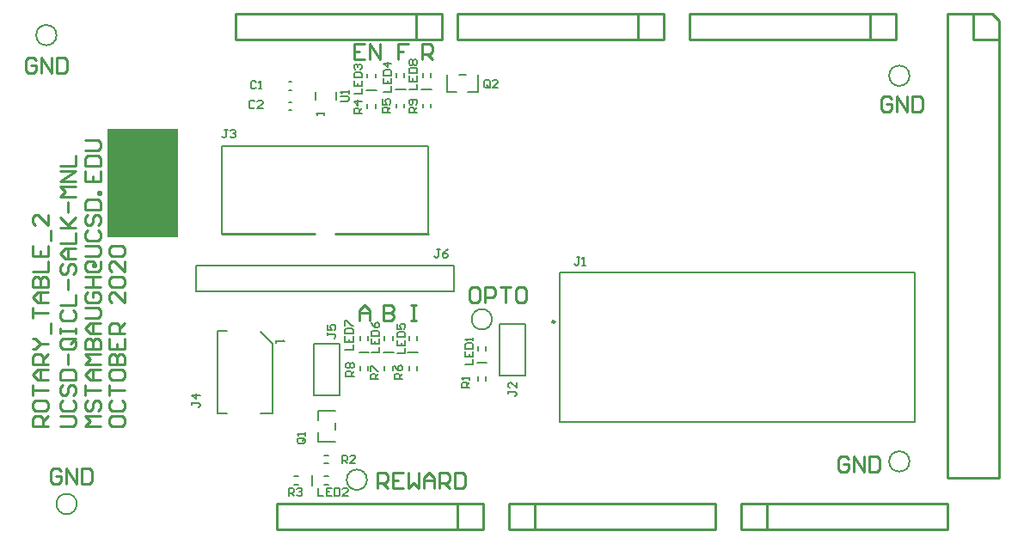
<source format=gto>
G04*
G04 #@! TF.GenerationSoftware,Altium Limited,Altium Designer,20.0.14 (345)*
G04*
G04 Layer_Color=13421812*
%FSLAX43Y43*%
%MOMM*%
G71*
G01*
G75*
%ADD10C,0.152*%
%ADD11C,0.250*%
%ADD12C,0.200*%
%ADD13C,0.254*%
%ADD14R,7.000X10.694*%
D10*
X47890Y22004D02*
G03*
X47890Y22004I-1000J0D01*
G01*
X35576Y6200D02*
G03*
X35576Y6200I-1000J0D01*
G01*
X7000Y3810D02*
G03*
X7000Y3810I-1000J0D01*
G01*
X5000Y50000D02*
G03*
X5000Y50000I-1000J0D01*
G01*
X89000Y8000D02*
G03*
X89000Y8000I-1000J0D01*
G01*
Y46000D02*
G03*
X89000Y46000I-1000J0D01*
G01*
X25100Y20800D02*
X26300Y19600D01*
Y12700D02*
Y19600D01*
X20850Y20900D02*
X21800D01*
X20850Y12700D02*
X21800Y12700D01*
X25125D02*
X26300D01*
X20850Y12700D02*
Y20900D01*
X30532Y43600D02*
Y44400D01*
X32532Y43600D02*
Y44400D01*
X46490Y18958D02*
Y19358D01*
X47290Y18958D02*
Y19358D01*
X46390Y17758D02*
X47390D01*
X31400Y6540D02*
X31800D01*
X31400Y5740D02*
X31800D01*
X30200Y5640D02*
Y6640D01*
X34900Y19950D02*
Y20350D01*
X35700Y19950D02*
Y20350D01*
X34800Y18750D02*
X35800D01*
X37300Y19950D02*
Y20350D01*
X38100Y19950D02*
Y20350D01*
X37200Y18750D02*
X38200D01*
X39700Y19950D02*
Y20350D01*
X40500Y19950D02*
Y20350D01*
X39600Y18750D02*
X40600D01*
X38468Y45850D02*
Y46250D01*
X39268Y45850D02*
Y46250D01*
X38368Y44650D02*
X39368D01*
X35600Y45800D02*
Y46200D01*
X36400Y45800D02*
Y46200D01*
X35500Y44600D02*
X36500D01*
X41068Y45850D02*
Y46250D01*
X41868Y45850D02*
Y46250D01*
X40968Y44650D02*
X41968D01*
X46490Y15958D02*
Y16358D01*
X47290Y15958D02*
Y16358D01*
X51160Y16468D02*
Y21548D01*
X48620Y16468D02*
X51160D01*
X48620D02*
Y21548D01*
X51160D01*
X32870Y14474D02*
Y19554D01*
X30330Y14474D02*
X32870D01*
X30330D02*
Y19554D01*
X32870D01*
X30750Y9900D02*
X32450D01*
X30750D02*
Y10850D01*
Y12050D02*
Y13000D01*
X32450D01*
Y11100D02*
Y11800D01*
X31400Y8600D02*
X31800D01*
X31400Y7800D02*
X31800D01*
X28400Y6540D02*
X28800D01*
X28400Y5740D02*
X28800D01*
X27900Y42600D02*
X28100D01*
X27900Y43400D02*
X28100D01*
X27900Y44600D02*
X28100D01*
X27900Y45400D02*
X28100D01*
X18760Y24730D02*
Y27270D01*
Y24730D02*
X44160D01*
Y27270D01*
X18760D02*
X44160D01*
X44612Y46125D02*
X45312D01*
X43437Y44375D02*
Y46125D01*
Y44375D02*
X44437D01*
X45487D02*
X46487D01*
Y46125D01*
X34900Y16950D02*
Y17350D01*
X35700Y16950D02*
Y17350D01*
X37300Y16950D02*
Y17350D01*
X38100Y16950D02*
Y17350D01*
X39700Y16950D02*
Y17350D01*
X40500Y16950D02*
Y17350D01*
X38468Y42850D02*
Y43250D01*
X39268Y42850D02*
Y43250D01*
X35600Y42800D02*
Y43200D01*
X36400Y42800D02*
Y43200D01*
X41068Y42850D02*
Y43250D01*
X41868Y42850D02*
Y43250D01*
X26652Y19948D02*
Y19681D01*
Y19814D01*
X27452D01*
X27319Y19948D01*
X18360Y13867D02*
Y13600D01*
Y13733D01*
X19027D01*
X19160Y13600D01*
Y13467D01*
X19027Y13334D01*
X19160Y14533D02*
X18360D01*
X18760Y14133D01*
Y14666D01*
X32984Y43467D02*
X33650D01*
X33784Y43600D01*
Y43867D01*
X33650Y44000D01*
X32984D01*
X33784Y44267D02*
Y44533D01*
Y44400D01*
X32984D01*
X33117Y44267D01*
X31380Y42126D02*
Y42392D01*
Y42259D01*
X30580D01*
X30713Y42126D01*
X45249Y17525D02*
X46048D01*
Y18058D01*
X45249Y18858D02*
Y18324D01*
X46048D01*
Y18858D01*
X45649Y18324D02*
Y18591D01*
X45249Y19124D02*
X46048D01*
Y19524D01*
X45915Y19657D01*
X45382D01*
X45249Y19524D01*
Y19124D01*
X46048Y19924D02*
Y20190D01*
Y20057D01*
X45249D01*
X45382Y19924D01*
X30777Y5400D02*
Y4600D01*
X31311D01*
X32110Y5400D02*
X31577D01*
Y4600D01*
X32110D01*
X31577Y5000D02*
X31844D01*
X32377Y5400D02*
Y4600D01*
X32777D01*
X32910Y4733D01*
Y5267D01*
X32777Y5400D01*
X32377D01*
X33710Y4600D02*
X33177D01*
X33710Y5133D01*
Y5267D01*
X33576Y5400D01*
X33310D01*
X33177Y5267D01*
X33419Y18984D02*
X34219D01*
Y19517D01*
X33419Y20317D02*
Y19784D01*
X34219D01*
Y20317D01*
X33819Y19784D02*
Y20050D01*
X33419Y20583D02*
X34219D01*
Y20983D01*
X34085Y21117D01*
X33552D01*
X33419Y20983D01*
Y20583D01*
Y21383D02*
Y21916D01*
X33552D01*
X34085Y21383D01*
X34219D01*
X35978Y18764D02*
X36778D01*
Y19297D01*
X35978Y20097D02*
Y19564D01*
X36778D01*
Y20097D01*
X36378Y19564D02*
Y19830D01*
X35978Y20363D02*
X36778D01*
Y20763D01*
X36645Y20897D01*
X36111D01*
X35978Y20763D01*
Y20363D01*
Y21696D02*
X36111Y21430D01*
X36378Y21163D01*
X36645D01*
X36778Y21296D01*
Y21563D01*
X36645Y21696D01*
X36511D01*
X36378Y21563D01*
Y21163D01*
X38559Y18634D02*
X39359D01*
Y19167D01*
X38559Y19967D02*
Y19434D01*
X39359D01*
Y19967D01*
X38959Y19434D02*
Y19700D01*
X38559Y20233D02*
X39359D01*
Y20633D01*
X39226Y20767D01*
X38692D01*
X38559Y20633D01*
Y20233D01*
Y21566D02*
Y21033D01*
X38959D01*
X38826Y21300D01*
Y21433D01*
X38959Y21566D01*
X39226D01*
X39359Y21433D01*
Y21166D01*
X39226Y21033D01*
X37200Y44434D02*
X38000D01*
Y44967D01*
X37200Y45767D02*
Y45234D01*
X38000D01*
Y45767D01*
X37600Y45234D02*
Y45500D01*
X37200Y46033D02*
X38000D01*
Y46433D01*
X37867Y46566D01*
X37333D01*
X37200Y46433D01*
Y46033D01*
X38000Y47233D02*
X37200D01*
X37600Y46833D01*
Y47366D01*
X34288Y44207D02*
X35088D01*
Y44740D01*
X34288Y45540D02*
Y45007D01*
X35088D01*
Y45540D01*
X34688Y45007D02*
Y45274D01*
X34288Y45807D02*
X35088D01*
Y46207D01*
X34955Y46340D01*
X34422D01*
X34288Y46207D01*
Y45807D01*
X34422Y46606D02*
X34288Y46740D01*
Y47006D01*
X34422Y47140D01*
X34555D01*
X34688Y47006D01*
Y46873D01*
Y47006D01*
X34821Y47140D01*
X34955D01*
X35088Y47006D01*
Y46740D01*
X34955Y46606D01*
X39715Y44659D02*
X40514D01*
Y45192D01*
X39715Y45992D02*
Y45459D01*
X40514D01*
Y45992D01*
X40114Y45459D02*
Y45725D01*
X39715Y46258D02*
X40514D01*
Y46658D01*
X40381Y46791D01*
X39848D01*
X39715Y46658D01*
Y46258D01*
X39848Y47058D02*
X39715Y47191D01*
Y47458D01*
X39848Y47591D01*
X39981D01*
X40114Y47458D01*
X40248Y47591D01*
X40381D01*
X40514Y47458D01*
Y47191D01*
X40381Y47058D01*
X40248D01*
X40114Y47191D01*
X39981Y47058D01*
X39848D01*
X40114Y47191D02*
Y47458D01*
X56532Y28110D02*
X56266D01*
X56399D01*
Y27443D01*
X56266Y27310D01*
X56132D01*
X55999Y27443D01*
X56799Y27310D02*
X57065D01*
X56932D01*
Y28110D01*
X56799Y27977D01*
X45700Y15267D02*
X44900D01*
Y15667D01*
X45033Y15800D01*
X45300D01*
X45433Y15667D01*
Y15267D01*
Y15533D02*
X45700Y15800D01*
Y16067D02*
Y16333D01*
Y16200D01*
X44900D01*
X45033Y16067D01*
X49486Y14967D02*
Y14701D01*
Y14834D01*
X50152D01*
X50285Y14701D01*
Y14567D01*
X50152Y14434D01*
X50285Y15767D02*
Y15234D01*
X49752Y15767D01*
X49619D01*
X49486Y15634D01*
Y15367D01*
X49619Y15234D01*
X31684Y20667D02*
Y20400D01*
Y20533D01*
X32350D01*
X32483Y20400D01*
Y20267D01*
X32350Y20134D01*
X31684Y21467D02*
Y20933D01*
X32084D01*
X31950Y21200D01*
Y21333D01*
X32084Y21467D01*
X32350D01*
X32483Y21333D01*
Y21067D01*
X32350Y20933D01*
X29367Y10300D02*
X28833D01*
X28700Y10167D01*
Y9900D01*
X28833Y9767D01*
X29367D01*
X29500Y9900D01*
Y10167D01*
X29233Y10033D02*
X29500Y10300D01*
Y10167D02*
X29367Y10300D01*
X29500Y10567D02*
Y10833D01*
Y10700D01*
X28700D01*
X28833Y10567D01*
X33098Y7800D02*
Y8600D01*
X33498D01*
X33632Y8467D01*
Y8200D01*
X33498Y8067D01*
X33098D01*
X33365D02*
X33632Y7800D01*
X34431D02*
X33898D01*
X34431Y8333D01*
Y8467D01*
X34298Y8600D01*
X34032D01*
X33898Y8467D01*
X27863Y4600D02*
Y5400D01*
X28263D01*
X28396Y5267D01*
Y5000D01*
X28263Y4867D01*
X27863D01*
X28129D02*
X28396Y4600D01*
X28662Y5267D02*
X28796Y5400D01*
X29062D01*
X29196Y5267D01*
Y5133D01*
X29062Y5000D01*
X28929D01*
X29062D01*
X29196Y4867D01*
Y4733D01*
X29062Y4600D01*
X28796D01*
X28662Y4733D01*
X24517Y43446D02*
X24383Y43580D01*
X24117D01*
X23984Y43446D01*
Y42913D01*
X24117Y42780D01*
X24383D01*
X24517Y42913D01*
X25316Y42780D02*
X24783D01*
X25316Y43313D01*
Y43446D01*
X25183Y43580D01*
X24917D01*
X24783Y43446D01*
X24675Y45367D02*
X24541Y45500D01*
X24275D01*
X24142Y45367D01*
Y44833D01*
X24275Y44700D01*
X24541D01*
X24675Y44833D01*
X24941Y44700D02*
X25208D01*
X25075D01*
Y45500D01*
X24941Y45367D01*
X42757Y28900D02*
X42490D01*
X42623D01*
Y28233D01*
X42490Y28100D01*
X42357D01*
X42224Y28233D01*
X43556Y28900D02*
X43290Y28767D01*
X43023Y28500D01*
Y28233D01*
X43157Y28100D01*
X43423D01*
X43556Y28233D01*
Y28367D01*
X43423Y28500D01*
X43023D01*
X47666Y44933D02*
Y45467D01*
X47532Y45600D01*
X47266D01*
X47132Y45467D01*
Y44933D01*
X47266Y44800D01*
X47532D01*
X47399Y45067D02*
X47666Y44800D01*
X47532D02*
X47666Y44933D01*
X48465Y44800D02*
X47932D01*
X48465Y45333D01*
Y45467D01*
X48332Y45600D01*
X48065D01*
X47932Y45467D01*
X34311Y16384D02*
X33511D01*
Y16783D01*
X33644Y16917D01*
X33911D01*
X34044Y16783D01*
Y16384D01*
Y16650D02*
X34311Y16917D01*
X33644Y17183D02*
X33511Y17317D01*
Y17583D01*
X33644Y17717D01*
X33778D01*
X33911Y17583D01*
X34044Y17717D01*
X34177D01*
X34311Y17583D01*
Y17317D01*
X34177Y17183D01*
X34044D01*
X33911Y17317D01*
X33778Y17183D01*
X33644D01*
X33911Y17317D02*
Y17583D01*
X36735Y16098D02*
X35935D01*
Y16497D01*
X36068Y16631D01*
X36335D01*
X36468Y16497D01*
Y16098D01*
Y16364D02*
X36735Y16631D01*
X35935Y16897D02*
Y17431D01*
X36068D01*
X36602Y16897D01*
X36735D01*
X39063Y16134D02*
X38263D01*
Y16533D01*
X38396Y16667D01*
X38663D01*
X38796Y16533D01*
Y16134D01*
Y16400D02*
X39063Y16667D01*
X38263Y17467D02*
X38396Y17200D01*
X38663Y16933D01*
X38929D01*
X39063Y17067D01*
Y17333D01*
X38929Y17467D01*
X38796D01*
X38663Y17333D01*
Y16933D01*
X37900Y42362D02*
X37100D01*
Y42762D01*
X37234Y42895D01*
X37500D01*
X37633Y42762D01*
Y42362D01*
Y42629D02*
X37900Y42895D01*
X37100Y43695D02*
Y43162D01*
X37500D01*
X37367Y43428D01*
Y43562D01*
X37500Y43695D01*
X37767D01*
X37900Y43562D01*
Y43295D01*
X37767Y43162D01*
X35088Y42269D02*
X34288D01*
Y42668D01*
X34422Y42802D01*
X34688D01*
X34821Y42668D01*
Y42269D01*
Y42535D02*
X35088Y42802D01*
Y43468D02*
X34288D01*
X34688Y43068D01*
Y43601D01*
X40514Y42330D02*
X39715D01*
Y42730D01*
X39848Y42863D01*
X40114D01*
X40248Y42730D01*
Y42330D01*
Y42597D02*
X40514Y42863D01*
X40381Y43130D02*
X40514Y43263D01*
Y43530D01*
X40381Y43663D01*
X39848D01*
X39715Y43530D01*
Y43263D01*
X39848Y43130D01*
X39981D01*
X40114Y43263D01*
Y43663D01*
X21844Y40703D02*
X21577D01*
X21710D01*
Y40037D01*
X21577Y39903D01*
X21444D01*
X21311Y40037D01*
X22110Y40570D02*
X22244Y40703D01*
X22510D01*
X22643Y40570D01*
Y40437D01*
X22510Y40303D01*
X22377D01*
X22510D01*
X22643Y40170D01*
Y40037D01*
X22510Y39903D01*
X22244D01*
X22110Y40037D01*
D11*
X54065Y21770D02*
G03*
X54065Y21770I-125J0D01*
G01*
D12*
X89490Y11880D02*
Y26580D01*
X54590Y11880D02*
Y26580D01*
Y11880D02*
X89490D01*
X54590Y26580D02*
X89490D01*
X21280Y30412D02*
Y39048D01*
X41600D01*
Y30412D02*
Y39048D01*
D13*
X21280Y30412D02*
X30424D01*
X32456D02*
X41600D01*
X44450Y1270D02*
Y3810D01*
X26670D02*
X46990D01*
X26670Y1270D02*
Y3810D01*
Y1270D02*
X46990D01*
Y3810D01*
X92710Y6350D02*
X97790D01*
X92710D02*
Y52070D01*
X95250Y49530D02*
X97790D01*
X95250D02*
Y52070D01*
X92710D02*
X97155D01*
X97790Y51435D01*
Y6350D02*
Y51435D01*
X40386Y49530D02*
Y52070D01*
X22606D02*
X42926D01*
X22606Y49530D02*
Y52070D01*
Y49530D02*
X42926D01*
Y52070D01*
X52070Y1270D02*
Y3810D01*
X49530Y1270D02*
X69850D01*
Y3810D01*
X49530D02*
X69850D01*
X49530Y1270D02*
Y3810D01*
X74930Y1270D02*
Y3810D01*
X72390Y1270D02*
X92710D01*
Y3810D01*
X72390D02*
X92710D01*
X72390Y1270D02*
Y3810D01*
X85090Y49530D02*
Y52070D01*
X67310D02*
X87630D01*
X67310Y49530D02*
Y52070D01*
Y49530D02*
X87630D01*
Y52070D01*
X62230Y49530D02*
Y52070D01*
X44450D02*
X64770D01*
X44450Y49530D02*
Y52070D01*
Y49530D02*
X64770D01*
Y52070D01*
X39922Y23428D02*
X40429D01*
X40175D01*
Y21904D01*
X39922D01*
X40429D01*
X34804Y21904D02*
Y22920D01*
X35312Y23428D01*
X35820Y22920D01*
Y21904D01*
Y22666D01*
X34804D01*
X4179Y11454D02*
X2655D01*
Y12216D01*
X2909Y12470D01*
X3417D01*
X3671Y12216D01*
Y11454D01*
Y11962D02*
X4179Y12470D01*
X2655Y13739D02*
Y13231D01*
X2909Y12978D01*
X3925D01*
X4179Y13231D01*
Y13739D01*
X3925Y13993D01*
X2909D01*
X2655Y13739D01*
Y14501D02*
Y15517D01*
Y15009D01*
X4179D01*
Y16025D02*
X3163D01*
X2655Y16532D01*
X3163Y17040D01*
X4179D01*
X3417D01*
Y16025D01*
X4179Y17548D02*
X2655D01*
Y18310D01*
X2909Y18564D01*
X3417D01*
X3671Y18310D01*
Y17548D01*
Y18056D02*
X4179Y18564D01*
X2655Y19072D02*
X2909D01*
X3417Y19579D01*
X2909Y20087D01*
X2655D01*
X3417Y19579D02*
X4179D01*
X4433Y20595D02*
Y21611D01*
X2655Y22119D02*
Y23134D01*
Y22626D01*
X4179D01*
Y23642D02*
X3163D01*
X2655Y24150D01*
X3163Y24658D01*
X4179D01*
X3417D01*
Y23642D01*
X2655Y25166D02*
X4179D01*
Y25927D01*
X3925Y26181D01*
X3671D01*
X3417Y25927D01*
Y25166D01*
Y25927D01*
X3163Y26181D01*
X2909D01*
X2655Y25927D01*
Y25166D01*
Y26689D02*
X4179D01*
Y27705D01*
X2655Y29228D02*
Y28213D01*
X4179D01*
Y29228D01*
X3417Y28213D02*
Y28720D01*
X4433Y29736D02*
Y30752D01*
X4179Y32275D02*
Y31260D01*
X3163Y32275D01*
X2909D01*
X2655Y32021D01*
Y31514D01*
X2909Y31260D01*
X5347Y11454D02*
X6616D01*
X6870Y11708D01*
Y12216D01*
X6616Y12470D01*
X5347D01*
X5601Y13993D02*
X5347Y13739D01*
Y13231D01*
X5601Y12978D01*
X6616D01*
X6870Y13231D01*
Y13739D01*
X6616Y13993D01*
X5601Y15517D02*
X5347Y15263D01*
Y14755D01*
X5601Y14501D01*
X5855D01*
X6109Y14755D01*
Y15263D01*
X6363Y15517D01*
X6616D01*
X6870Y15263D01*
Y14755D01*
X6616Y14501D01*
X5347Y16025D02*
X6870D01*
Y16786D01*
X6616Y17040D01*
X5601D01*
X5347Y16786D01*
Y16025D01*
X6109Y17548D02*
Y18564D01*
X6616Y20087D02*
X5601D01*
X5347Y19833D01*
Y19326D01*
X5601Y19072D01*
X6616D01*
X6870Y19326D01*
Y19833D01*
X6363Y19579D02*
X6870Y20087D01*
Y19833D02*
X6616Y20087D01*
X5347Y20595D02*
Y21103D01*
Y20849D01*
X6870D01*
Y20595D01*
Y21103D01*
X5601Y22880D02*
X5347Y22626D01*
Y22119D01*
X5601Y21865D01*
X6616D01*
X6870Y22119D01*
Y22626D01*
X6616Y22880D01*
X5347Y23388D02*
X6870D01*
Y24404D01*
X6109Y24912D02*
Y25927D01*
X5601Y27451D02*
X5347Y27197D01*
Y26689D01*
X5601Y26435D01*
X5855D01*
X6109Y26689D01*
Y27197D01*
X6363Y27451D01*
X6616D01*
X6870Y27197D01*
Y26689D01*
X6616Y26435D01*
X6870Y27959D02*
X5855D01*
X5347Y28467D01*
X5855Y28974D01*
X6870D01*
X6109D01*
Y27959D01*
X5347Y29482D02*
X6870D01*
Y30498D01*
X5347Y31006D02*
X6870D01*
X6363D01*
X5347Y32021D01*
X6109Y31260D01*
X6870Y32021D01*
X6109Y32529D02*
Y33545D01*
X6870Y34053D02*
X5347D01*
X5855Y34561D01*
X5347Y35068D01*
X6870D01*
Y35576D02*
X5347D01*
X6870Y36592D01*
X5347D01*
Y37100D02*
X6870D01*
Y38115D01*
X9308Y11454D02*
X7785D01*
X8293Y11962D01*
X7785Y12470D01*
X9308D01*
X8039Y13993D02*
X7785Y13739D01*
Y13231D01*
X8039Y12978D01*
X8293D01*
X8546Y13231D01*
Y13739D01*
X8800Y13993D01*
X9054D01*
X9308Y13739D01*
Y13231D01*
X9054Y12978D01*
X7785Y14501D02*
Y15517D01*
Y15009D01*
X9308D01*
Y16025D02*
X8293D01*
X7785Y16532D01*
X8293Y17040D01*
X9308D01*
X8546D01*
Y16025D01*
X9308Y17548D02*
X7785D01*
X8293Y18056D01*
X7785Y18564D01*
X9308D01*
X7785Y19072D02*
X9308D01*
Y19833D01*
X9054Y20087D01*
X8800D01*
X8546Y19833D01*
Y19072D01*
Y19833D01*
X8293Y20087D01*
X8039D01*
X7785Y19833D01*
Y19072D01*
X9308Y20595D02*
X8293D01*
X7785Y21103D01*
X8293Y21611D01*
X9308D01*
X8546D01*
Y20595D01*
X7785Y22119D02*
X9054D01*
X9308Y22373D01*
Y22880D01*
X9054Y23134D01*
X7785D01*
X8039Y24658D02*
X7785Y24404D01*
Y23896D01*
X8039Y23642D01*
X9054D01*
X9308Y23896D01*
Y24404D01*
X9054Y24658D01*
X8546D01*
Y24150D01*
X7785Y25166D02*
X9308D01*
X8546D01*
Y26181D01*
X7785D01*
X9308D01*
X8800Y27451D02*
X8546D01*
Y27197D01*
X8800D01*
Y27451D01*
X8546Y27705D01*
X8039D01*
X7785Y27451D01*
Y26943D01*
X8039Y26689D01*
X9054D01*
X9308Y26943D01*
Y27705D01*
X7785Y28213D02*
X9054D01*
X9308Y28467D01*
Y28974D01*
X9054Y29228D01*
X7785D01*
X8039Y30752D02*
X7785Y30498D01*
Y29990D01*
X8039Y29736D01*
X9054D01*
X9308Y29990D01*
Y30498D01*
X9054Y30752D01*
X8039Y32275D02*
X7785Y32021D01*
Y31514D01*
X8039Y31260D01*
X8293D01*
X8546Y31514D01*
Y32021D01*
X8800Y32275D01*
X9054D01*
X9308Y32021D01*
Y31514D01*
X9054Y31260D01*
X7785Y32783D02*
X9308D01*
Y33545D01*
X9054Y33799D01*
X8039D01*
X7785Y33545D01*
Y32783D01*
X9308Y34307D02*
X9054D01*
Y34561D01*
X9308D01*
Y34307D01*
X7785Y36592D02*
Y35576D01*
X9308D01*
Y36592D01*
X8546Y35576D02*
Y36084D01*
X7785Y37100D02*
X9308D01*
Y37862D01*
X9054Y38115D01*
X8039D01*
X7785Y37862D01*
Y37100D01*
Y38623D02*
X9054D01*
X9308Y38877D01*
Y39385D01*
X9054Y39639D01*
X7785D01*
X10222Y12216D02*
Y11708D01*
X10476Y11454D01*
X11492D01*
X11746Y11708D01*
Y12216D01*
X11492Y12470D01*
X10476D01*
X10222Y12216D01*
X10476Y13993D02*
X10222Y13739D01*
Y13231D01*
X10476Y12978D01*
X11492D01*
X11746Y13231D01*
Y13739D01*
X11492Y13993D01*
X10222Y14501D02*
Y15517D01*
Y15009D01*
X11746D01*
X10222Y16786D02*
Y16278D01*
X10476Y16025D01*
X11492D01*
X11746Y16278D01*
Y16786D01*
X11492Y17040D01*
X10476D01*
X10222Y16786D01*
Y17548D02*
X11746D01*
Y18310D01*
X11492Y18564D01*
X11238D01*
X10984Y18310D01*
Y17548D01*
Y18310D01*
X10730Y18564D01*
X10476D01*
X10222Y18310D01*
Y17548D01*
Y20087D02*
Y19072D01*
X11746D01*
Y20087D01*
X10984Y19072D02*
Y19579D01*
X11746Y20595D02*
X10222D01*
Y21357D01*
X10476Y21611D01*
X10984D01*
X11238Y21357D01*
Y20595D01*
Y21103D02*
X11746Y21611D01*
Y24658D02*
Y23642D01*
X10730Y24658D01*
X10476D01*
X10222Y24404D01*
Y23896D01*
X10476Y23642D01*
Y25166D02*
X10222Y25420D01*
Y25927D01*
X10476Y26181D01*
X11492D01*
X11746Y25927D01*
Y25420D01*
X11492Y25166D01*
X10476D01*
X11746Y27705D02*
Y26689D01*
X10730Y27705D01*
X10476D01*
X10222Y27451D01*
Y26943D01*
X10476Y26689D01*
Y28213D02*
X10222Y28467D01*
Y28974D01*
X10476Y29228D01*
X11492D01*
X11746Y28974D01*
Y28467D01*
X11492Y28213D01*
X10476D01*
X37204Y23428D02*
Y21904D01*
X37966D01*
X38220Y22158D01*
Y22412D01*
X37966Y22666D01*
X37204D01*
X37966D01*
X38220Y22920D01*
Y23174D01*
X37966Y23428D01*
X37204D01*
X39637Y49145D02*
X38622D01*
Y48383D01*
X39129D01*
X38622D01*
Y47621D01*
X40972D02*
Y49145D01*
X41733D01*
X41987Y48891D01*
Y48383D01*
X41733Y48129D01*
X40972D01*
X41479D02*
X41987Y47621D01*
X35306Y49179D02*
X34290D01*
Y47656D01*
X35306D01*
X34290Y48417D02*
X34798D01*
X35814Y47656D02*
Y49179D01*
X36829Y47656D01*
Y49179D01*
X46410Y25202D02*
X45902D01*
X45649Y24948D01*
Y23932D01*
X45902Y23678D01*
X46410D01*
X46664Y23932D01*
Y24948D01*
X46410Y25202D01*
X47172Y23678D02*
Y25202D01*
X47934D01*
X48188Y24948D01*
Y24440D01*
X47934Y24186D01*
X47172D01*
X48696Y25202D02*
X49711D01*
X49203D01*
Y23678D01*
X50981Y25202D02*
X50473D01*
X50219Y24948D01*
Y23932D01*
X50473Y23678D01*
X50981D01*
X51235Y23932D01*
Y24948D01*
X50981Y25202D01*
X36589Y5378D02*
Y6902D01*
X37350D01*
X37604Y6648D01*
Y6140D01*
X37350Y5886D01*
X36589D01*
X37096D02*
X37604Y5378D01*
X39128Y6902D02*
X38112D01*
Y5378D01*
X39128D01*
X38112Y6140D02*
X38620D01*
X39636Y6902D02*
Y5378D01*
X40143Y5886D01*
X40651Y5378D01*
Y6902D01*
X41159Y5378D02*
Y6394D01*
X41667Y6902D01*
X42175Y6394D01*
Y5378D01*
Y6140D01*
X41159D01*
X42683Y5378D02*
Y6902D01*
X43444D01*
X43698Y6648D01*
Y6140D01*
X43444Y5886D01*
X42683D01*
X43190D02*
X43698Y5378D01*
X44206Y6902D02*
Y5378D01*
X44968D01*
X45222Y5632D01*
Y6648D01*
X44968Y6902D01*
X44206D01*
X5491Y7048D02*
X5237Y7302D01*
X4729D01*
X4475Y7048D01*
Y6032D01*
X4729Y5778D01*
X5237D01*
X5491Y6032D01*
Y6540D01*
X4983D01*
X5998Y5778D02*
Y7302D01*
X7014Y5778D01*
Y7302D01*
X7522D02*
Y5778D01*
X8284D01*
X8538Y6032D01*
Y7048D01*
X8284Y7302D01*
X7522D01*
X2984Y47508D02*
X2730Y47762D01*
X2223D01*
X1969Y47508D01*
Y46492D01*
X2223Y46238D01*
X2730D01*
X2984Y46492D01*
Y47000D01*
X2476D01*
X3492Y46238D02*
Y47762D01*
X4508Y46238D01*
Y47762D01*
X5016D02*
Y46238D01*
X5777D01*
X6031Y46492D01*
Y47508D01*
X5777Y47762D01*
X5016D01*
X83043Y8258D02*
X82789Y8512D01*
X82281D01*
X82027Y8258D01*
Y7242D01*
X82281Y6988D01*
X82789D01*
X83043Y7242D01*
Y7750D01*
X82535D01*
X83551Y6988D02*
Y8512D01*
X84567Y6988D01*
Y8512D01*
X85074D02*
Y6988D01*
X85836D01*
X86090Y7242D01*
Y8258D01*
X85836Y8512D01*
X85074D01*
X87234Y43688D02*
X86980Y43942D01*
X86473D01*
X86219Y43688D01*
Y42672D01*
X86473Y42418D01*
X86980D01*
X87234Y42672D01*
Y43180D01*
X86726D01*
X87742Y42418D02*
Y43942D01*
X88758Y42418D01*
Y43942D01*
X89266D02*
Y42418D01*
X90027D01*
X90281Y42672D01*
Y43688D01*
X90027Y43942D01*
X89266D01*
D14*
X13501Y35457D02*
D03*
M02*

</source>
